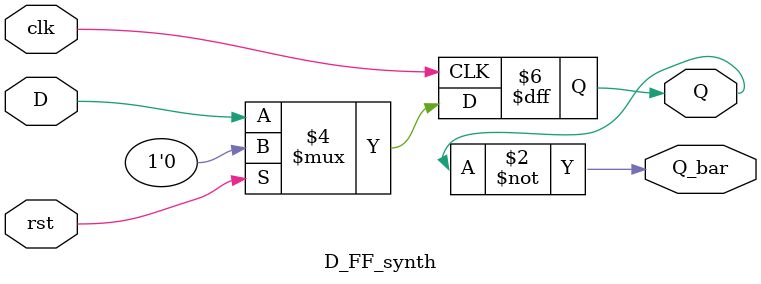
<source format=v>
module D_FF_synth(input D,clk,rst, output reg Q, output Q_bar);
always@(posedge clk)
   begin
	if(rst)
	   Q <= 1'b0;
	else
	   Q <= D;
   end
  assign Q_bar = ~Q;
endmodule  
</source>
